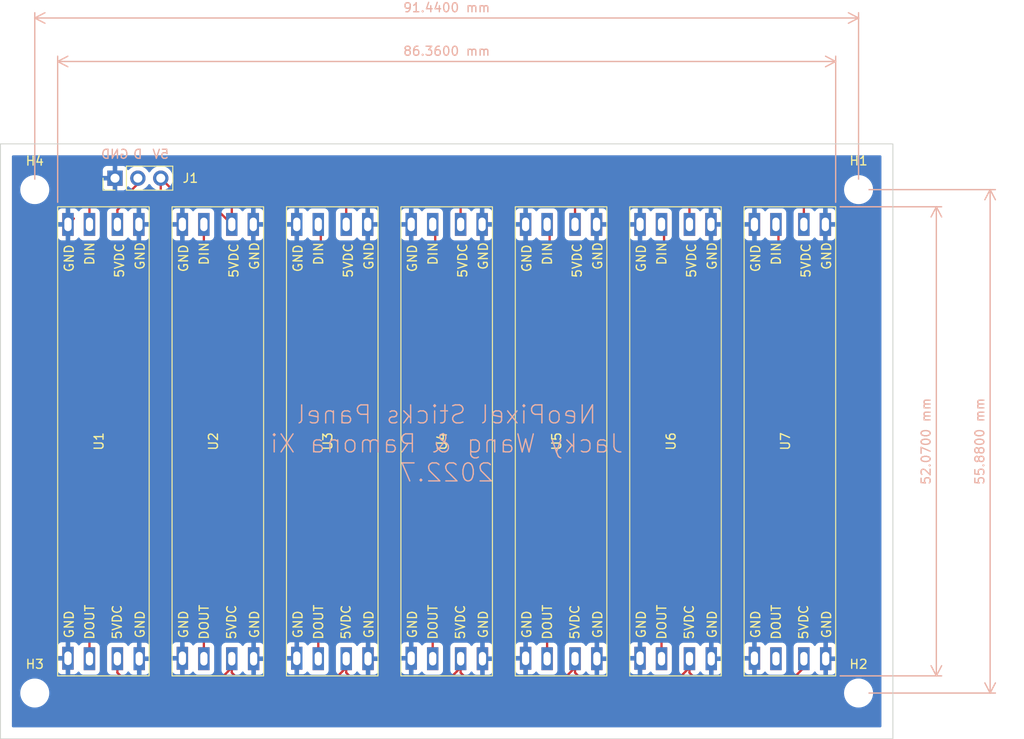
<source format=kicad_pcb>
(kicad_pcb (version 20211014) (generator pcbnew)
  (layers (0 "F.Cu" signal) (31 "B.Cu" signal) (34 "B.Paste" user) (35 "F.Paste" user) (36 "B.SilkS" user "B.Silkscreen") (37 "F.SilkS" user "F.Silkscreen") (38 "B.Mask" user) (39 "F.Mask" user) (44 "Edge.Cuts" user))
  (net 0 "")
  (net 1 "GND")
  (net 2 "Net-(J1-Pad2)")
  (net 3 "+5V")
  (net 4 "Net-(U1-PadDOUT)")
  (net 5 "Net-(U2-PadDOUT)")
  (net 6 "Net-(U3-PadDOUT)")
  (net 7 "Net-(U4-PadDOUT)")
  (net 8 "Net-(U5-PadDOUT)")
  (net 9 "Net-(U6-PadDOUT)")
  (footprint "NeoPixel_Stick:NeoPixel_bar" (layer "F.Cu") (at 53.34 93.98 90)
    (fp_text reference "U1" (at 0 -0.5 90 unlocked) (layer "F.SilkS"))
    (fp_text value "NeoPixel_bar")
    (fp_text user "GND" (at 20.574 4.064 90 unlocked) (layer "F.SilkS"))
    (fp_text user "GND" (at -20.32 4.064 90 unlocked) (layer "F.SilkS"))
    (fp_text user "DIN" (at 20.828 -1.524 90 unlocked) (layer "F.SilkS"))
    (fp_text user "GND" (at 20.32 -3.81 90 unlocked) (layer "F.SilkS"))
    (fp_text user "GND" (at -20.32 -3.81 90 unlocked) (layer "F.SilkS"))
    (fp_text user "DOUT" (at -20.066 -1.524 90 unlocked) (layer "F.SilkS"))
    (fp_text user "5VDC" (at 20.066 1.778 90 unlocked) (layer "F.SilkS"))
    (fp_text user "5VDC" (at -20.066 1.524 90 unlocked) (layer "F.SilkS"))
    (fp_rect (start -26.035 -5.08) (end 26.035 5.08) (layer "F.SilkS") (width 0.12) (fill none))
    (pad "5VDC" thru_hole rect (at -24.13 1.55) (size 1.27 2.54) (drill oval 0.8 1.5) (layers *.Cu *.Mask) (net 3 "+5V"))
    (pad "5VDC" thru_hole rect (at 24.08 1.55) (size 1.27 2.54) (drill oval 0.8 1.5) (layers *.Cu *.Mask) (net 3 "+5V"))
    (pad "DIN" thru_hole rect (at 24.08 -1.55) (size 1.27 2.54) (drill oval 0.8 1.5) (layers *.Cu *.Mask) (net 2 "Net-(J1-Pad2)"))
    (pad "DOUT" thru_hole rect (at -24.13 -1.55) (size 1.27 2.54) (drill oval 0.8 1.5) (layers *.Cu *.Mask) (net 4 "Net-(U1-PadDOUT)"))
    (pad "GND" thru_hole rect (at 24.08 -3.937) (size 1.27 2.54) (drill oval 0.8 1.5) (layers *.Cu *.Mask) (net 1 "GND"))
    (pad "GND" thru_hole rect (at -24.08 -3.937) (size 1.27 2.54) (drill oval 0.8 1.5) (layers *.Cu *.Mask) (net 1 "GND"))
    (pad "GND" thru_hole rect (at 24.08 3.937) (size 1.27 2.54) (drill oval 0.8 1.5) (layers *.Cu *.Mask) (net 1 "GND"))
    (pad "GND" thru_hole rect (at -24.13 3.973) (size 1.27 2.54) (drill oval 0.8 1.5) (layers *.Cu *.Mask) (net 1 "GND"))
  )
  (footprint "NeoPixel_Stick:NeoPixel_bar" (layer "F.Cu") (at 66.04 93.98 90)
    (fp_text reference "U2" (at 0 -0.5 90 unlocked) (layer "F.SilkS"))
    (fp_text value "NeoPixel_bar")
    (fp_text user "5VDC" (at 20.066 1.778 90 unlocked) (layer "F.SilkS"))
    (fp_text user "GND" (at -20.32 4.064 90 unlocked) (layer "F.SilkS"))
    (fp_text user "DOUT" (at -20.066 -1.524 90 unlocked) (layer "F.SilkS"))
    (fp_text user "GND" (at -20.32 -3.81 90 unlocked) (layer "F.SilkS"))
    (fp_text user "DIN" (at 20.828 -1.524 90 unlocked) (layer "F.SilkS"))
    (fp_text user "5VDC" (at -20.066 1.524 90 unlocked) (layer "F.SilkS"))
    (fp_text user "GND" (at 20.32 -3.81 90 unlocked) (layer "F.SilkS"))
    (fp_text user "GND" (at 20.574 4.064 90 unlocked) (layer "F.SilkS"))
    (fp_rect (start -26.035 -5.08) (end 26.035 5.08) (layer "F.SilkS") (width 0.12) (fill none))
    (pad "5VDC" thru_hole rect (at 24.08 1.55) (size 1.27 2.54) (drill oval 0.8 1.5) (layers *.Cu *.Mask) (net 3 "+5V"))
    (pad "5VDC" thru_hole rect (at -24.13 1.55) (size 1.27 2.54) (drill oval 0.8 1.5) (layers *.Cu *.Mask) (net 3 "+5V"))
    (pad "DIN" thru_hole rect (at 24.08 -1.55) (size 1.27 2.54) (drill oval 0.8 1.5) (layers *.Cu *.Mask) (net 4 "Net-(U1-PadDOUT)"))
    (pad "DOUT" thru_hole rect (at -24.13 -1.55) (size 1.27 2.54) (drill oval 0.8 1.5) (layers *.Cu *.Mask) (net 5 "Net-(U2-PadDOUT)"))
    (pad "GND" thru_hole rect (at 24.08 3.937) (size 1.27 2.54) (drill oval 0.8 1.5) (layers *.Cu *.Mask) (net 1 "GND"))
    (pad "GND" thru_hole rect (at -24.13 3.973) (size 1.27 2.54) (drill oval 0.8 1.5) (layers *.Cu *.Mask) (net 1 "GND"))
    (pad "GND" thru_hole rect (at -24.08 -3.937) (size 1.27 2.54) (drill oval 0.8 1.5) (layers *.Cu *.Mask) (net 1 "GND"))
    (pad "GND" thru_hole rect (at 24.08 -3.937) (size 1.27 2.54) (drill oval 0.8 1.5) (layers *.Cu *.Mask) (net 1 "GND"))
  )
  (footprint "MountingHole:MountingHole_2.2mm_M2" (layer "F.Cu") (at 137.16 121.92)
    (fp_text reference "H2" (at 0 -3.2) (layer "F.SilkS"))
    (fp_text value "M2")
    (pad "" np_thru_hole circle (at 0 0) (size 2.2 2.2) (drill 2.2) (layers *.Cu *.Mask))
  )
  (footprint "NeoPixel_Stick:NeoPixel_bar" (layer "F.Cu") (at 129.54 93.98 90)
    (fp_text reference "U7" (at 0 -0.5 90 unlocked) (layer "F.SilkS"))
    (fp_text value "NeoPixel_bar")
    (fp_text user "5VDC" (at -20.066 1.524 90 unlocked) (layer "F.SilkS"))
    (fp_text user "GND" (at 20.32 -3.81 90 unlocked) (layer "F.SilkS"))
    (fp_text user "5VDC" (at 20.066 1.778 90 unlocked) (layer "F.SilkS"))
    (fp_text user "GND" (at -20.32 -3.81 90 unlocked) (layer "F.SilkS"))
    (fp_text user "GND" (at 20.574 4.064 90 unlocked) (layer "F.SilkS"))
    (fp_text user "DIN" (at 20.828 -1.524 90 unlocked) (layer "F.SilkS"))
    (fp_text user "GND" (at -20.32 4.064 90 unlocked) (layer "F.SilkS"))
    (fp_text user "DOUT" (at -20.066 -1.524 90 unlocked) (layer "F.SilkS"))
    (fp_rect (start -26.035 -5.08) (end 26.035 5.08) (layer "F.SilkS") (width 0.12) (fill none))
    (pad "5VDC" thru_hole rect (at 24.08 1.55) (size 1.27 2.54) (drill oval 0.8 1.5) (layers *.Cu *.Mask) (net 3 "+5V"))
    (pad "5VDC" thru_hole rect (at -24.13 1.55) (size 1.27 2.54) (drill oval 0.8 1.5) (layers *.Cu *.Mask) (net 3 "+5V"))
    (pad "DIN" thru_hole rect (at 24.08 -1.55) (size 1.27 2.54) (drill oval 0.8 1.5) (layers *.Cu *.Mask) (net 9 "Net-(U6-PadDOUT)"))
    (pad "DOUT" thru_hole rect (at -24.13 -1.55) (size 1.27 2.54) (drill oval 0.8 1.5) (layers *.Cu *.Mask))
    (pad "GND" thru_hole rect (at -24.08 -3.937) (size 1.27 2.54) (drill oval 0.8 1.5) (layers *.Cu *.Mask) (net 1 "GND"))
    (pad "GND" thru_hole rect (at 24.08 -3.937) (size 1.27 2.54) (drill oval 0.8 1.5) (layers *.Cu *.Mask) (net 1 "GND"))
    (pad "GND" thru_hole rect (at -24.13 3.973) (size 1.27 2.54) (drill oval 0.8 1.5) (layers *.Cu *.Mask) (net 1 "GND"))
    (pad "GND" thru_hole rect (at 24.08 3.937) (size 1.27 2.54) (drill oval 0.8 1.5) (layers *.Cu *.Mask) (net 1 "GND"))
  )
  (footprint "Connector_PinHeader_2.54mm:PinHeader_1x03_P2.54mm_Vertical" (layer "F.Cu") (at 54.625 64.77 90)
    (fp_text reference "J1" (at 0 8.367 180) (layer "F.SilkS"))
    (fp_text value "1x3")
    (fp_line (start -1.33 0) (end -1.33 -1.33) (layer "F.SilkS") (width 0.12))
    (fp_line (start 1.33 1.27) (end 1.33 6.41) (layer "F.SilkS") (width 0.12))
    (fp_line (start -1.33 1.27) (end -1.33 6.41) (layer "F.SilkS") (width 0.12))
    (fp_line (start -1.33 -1.33) (end 0 -1.33) (layer "F.SilkS") (width 0.12))
    (fp_line (start -1.33 1.27) (end 1.33 1.27) (layer "F.SilkS") (width 0.12))
    (fp_line (start -1.33 6.41) (end 1.33 6.41) (layer "F.SilkS") (width 0.12))
    (pad "1" thru_hole rect (at 0 0 90) (size 1.7 1.7) (drill 1) (layers *.Cu *.Mask) (net 1 "GND"))
    (pad "2" thru_hole oval (at 0 2.54 90) (size 1.7 1.7) (drill 1) (layers *.Cu *.Mask) (net 2 "Net-(J1-Pad2)"))
    (pad "3" thru_hole oval (at 0 5.08 90) (size 1.7 1.7) (drill 1) (layers *.Cu *.Mask) (net 3 "+5V"))
  )
  (footprint "MountingHole:MountingHole_2.2mm_M2" (layer "F.Cu") (at 45.72 121.92)
    (fp_text reference "H3" (at 0 -3.2) (layer "F.SilkS"))
    (fp_text value "M2")
    (pad "" np_thru_hole circle (at 0 0) (size 2.2 2.2) (drill 2.2) (layers *.Cu *.Mask))
  )
  (footprint "MountingHole:MountingHole_2.2mm_M2" (layer "F.Cu") (at 137.16 66.04)
    (fp_text reference "H1" (at 0 -3.2) (layer "F.SilkS"))
    (fp_text value "M2")
    (pad "" np_thru_hole circle (at 0 0) (size 2.2 2.2) (drill 2.2) (layers *.Cu *.Mask))
  )
  (footprint "NeoPixel_Stick:NeoPixel_bar" (layer "F.Cu") (at 116.84 93.98 90)
    (fp_text reference "U6" (at 0 -0.5 90 unlocked) (layer "F.SilkS"))
    (fp_text value "NeoPixel_bar")
    (fp_text user "5VDC" (at -20.066 1.524 90 unlocked) (layer "F.SilkS"))
    (fp_text user "GND" (at -20.32 -3.81 90 unlocked) (layer "F.SilkS"))
    (fp_text user "GND" (at -20.32 4.064 90 unlocked) (layer "F.SilkS"))
    (fp_text user "GND" (at 20.574 4.064 90 unlocked) (layer "F.SilkS"))
    (fp_text user "DIN" (at 20.828 -1.524 90 unlocked) (layer "F.SilkS"))
    (fp_text user "DOUT" (at -20.066 -1.524 90 unlocked) (layer "F.SilkS"))
    (fp_text user "5VDC" (at 20.066 1.778 90 unlocked) (layer "F.SilkS"))
    (fp_text user "GND" (at 20.32 -3.81 90 unlocked) (layer "F.SilkS"))
    (fp_rect (start -26.035 -5.08) (end 26.035 5.08) (layer "F.SilkS") (width 0.12) (fill none))
    (pad "5VDC" thru_hole rect (at 24.08 1.55) (size 1.27 2.54) (drill oval 0.8 1.5) (layers *.Cu *.Mask) (net 3 "+5V"))
    (pad "5VDC" thru_hole rect (at -24.13 1.55) (size 1.27 2.54) (drill oval 0.8 1.5) (layers *.Cu *.Mask) (net 3 "+5V"))
    (pad "DIN" thru_hole rect (at 24.08 -1.55) (size 1.27 2.54) (drill oval 0.8 1.5) (layers *.Cu *.Mask) (net 8 "Net-(U5-PadDOUT)"))
    (pad "DOUT" thru_hole rect (at -24.13 -1.55) (size 1.27 2.54) (drill oval 0.8 1.5) (layers *.Cu *.Mask) (net 9 "Net-(U6-PadDOUT)"))
    (pad "GND" thru_hole rect (at 24.08 3.937) (size 1.27 2.54) (drill oval 0.8 1.5) (layers *.Cu *.Mask) (net 1 "GND"))
    (pad "GND" thru_hole rect (at 24.08 -3.937) (size 1.27 2.54) (drill oval 0.8 1.5) (layers *.Cu *.Mask) (net 1 "GND"))
    (pad "GND" thru_hole rect (at -24.08 -3.937) (size 1.27 2.54) (drill oval 0.8 1.5) (layers *.Cu *.Mask) (net 1 "GND"))
    (pad "GND" thru_hole rect (at -24.13 3.973) (size 1.27 2.54) (drill oval 0.8 1.5) (layers *.Cu *.Mask) (net 1 "GND"))
  )
  (footprint "NeoPixel_Stick:NeoPixel_bar" (layer "F.Cu") (at 78.74 93.98 90)
    (fp_text reference "U3" (at 0 -0.5 90 unlocked) (layer "F.SilkS"))
    (fp_text value "NeoPixel_bar")
    (fp_text user "DOUT" (at -20.066 -1.524 90 unlocked) (layer "F.SilkS"))
    (fp_text user "5VDC" (at 20.066 1.778 90 unlocked) (layer "F.SilkS"))
    (fp_text user "GND" (at 20.574 4.064 90 unlocked) (layer "F.SilkS"))
    (fp_text user "GND" (at -20.32 4.064 90 unlocked) (layer "F.SilkS"))
    (fp_text user "GND" (at -20.32 -3.81 90 unlocked) (layer "F.SilkS"))
    (fp_text user "GND" (at 20.32 -3.81 90 unlocked) (layer "F.SilkS"))
    (fp_text user "5VDC" (at -20.066 1.524 90 unlocked) (layer "F.SilkS"))
    (fp_text user "DIN" (at 20.828 -1.524 90 unlocked) (layer "F.SilkS"))
    (fp_rect (start -26.035 -5.08) (end 26.035 5.08) (layer "F.SilkS") (width 0.12) (fill none))
    (pad "5VDC" thru_hole rect (at 24.08 1.55) (size 1.27 2.54) (drill oval 0.8 1.5) (layers *.Cu *.Mask) (net 3 "+5V"))
    (pad "5VDC" thru_hole rect (at -24.13 1.55) (size 1.27 2.54) (drill oval 0.8 1.5) (layers *.Cu *.Mask) (net 3 "+5V"))
    (pad "DIN" thru_hole rect (at 24.08 -1.55) (size 1.27 2.54) (drill oval 0.8 1.5) (layers *.Cu *.Mask) (net 5 "Net-(U2-PadDOUT)"))
    (pad "DOUT" thru_hole rect (at -24.13 -1.55) (size 1.27 2.54) (drill oval 0.8 1.5) (layers *.Cu *.Mask) (net 6 "Net-(U3-PadDOUT)"))
    (pad "GND" thru_hole rect (at 24.08 3.937) (size 1.27 2.54) (drill oval 0.8 1.5) (layers *.Cu *.Mask) (net 1 "GND"))
    (pad "GND" thru_hole rect (at -24.08 -3.937) (size 1.27 2.54) (drill oval 0.8 1.5) (layers *.Cu *.Mask) (net 1 "GND"))
    (pad "GND" thru_hole rect (at 24.08 -3.937) (size 1.27 2.54) (drill oval 0.8 1.5) (layers *.Cu *.Mask) (net 1 "GND"))
    (pad "GND" thru_hole rect (at -24.13 3.973) (size 1.27 2.54) (drill oval 0.8 1.5) (layers *.Cu *.Mask) (net 1 "GND"))
  )
  (footprint "NeoPixel_Stick:NeoPixel_bar" (layer "F.Cu") (at 91.44 93.98 90)
    (fp_text reference "U4" (at 0 -0.5 90 unlocked) (layer "F.SilkS"))
    (fp_text value "NeoPixel_bar")
    (fp_text user "GND" (at 20.574 4.064 90 unlocked) (layer "F.SilkS"))
    (fp_text user "GND" (at 20.32 -3.81 90 unlocked) (layer "F.SilkS"))
    (fp_text user "GND" (at -20.32 4.064 90 unlocked) (layer "F.SilkS"))
    (fp_text user "DOUT" (at -20.066 -1.524 90 unlocked) (layer "F.SilkS"))
    (fp_text user "5VDC" (at -20.066 1.524 90 unlocked) (layer "F.SilkS"))
    (fp_text user "GND" (at -20.32 -3.81 90 unlocked) (layer "F.SilkS"))
    (fp_text user "DIN" (at 20.828 -1.524 90 unlocked) (layer "F.SilkS"))
    (fp_text user "5VDC" (at 20.066 1.778 90 unlocked) (layer "F.SilkS"))
    (fp_rect (start -26.035 -5.08) (end 26.035 5.08) (layer "F.SilkS") (width 0.12) (fill none))
    (pad "5VDC" thru_hole rect (at 24.08 1.55) (size 1.27 2.54) (drill oval 0.8 1.5) (layers *.Cu *.Mask) (net 3 "+5V"))
    (pad "5VDC" thru_hole rect (at -24.13 1.55) (size 1.27 2.54) (drill oval 0.8 1.5) (layers *.Cu *.Mask) (net 3 "+5V"))
    (pad "DIN" thru_hole rect (at 24.08 -1.55) (size 1.27 2.54) (drill oval 0.8 1.5) (layers *.Cu *.Mask) (net 6 "Net-(U3-PadDOUT)"))
    (pad "DOUT" thru_hole rect (at -24.13 -1.55) (size 1.27 2.54) (drill oval 0.8 1.5) (layers *.Cu *.Mask) (net 7 "Net-(U4-PadDOUT)"))
    (pad "GND" thru_hole rect (at -24.13 3.973) (size 1.27 2.54) (drill oval 0.8 1.5) (layers *.Cu *.Mask) (net 1 "GND"))
    (pad "GND" thru_hole rect (at 24.08 3.937) (size 1.27 2.54) (drill oval 0.8 1.5) (layers *.Cu *.Mask) (net 1 "GND"))
    (pad "GND" thru_hole rect (at 24.08 -3.937) (size 1.27 2.54) (drill oval 0.8 1.5) (layers *.Cu *.Mask) (net 1 "GND"))
    (pad "GND" thru_hole rect (at -24.08 -3.937) (size 1.27 2.54) (drill oval 0.8 1.5) (layers *.Cu *.Mask) (net 1 "GND"))
  )
  (footprint "NeoPixel_Stick:NeoPixel_bar" (layer "F.Cu") (at 104.14 93.98 90)
    (fp_text reference "U5" (at 0 -0.5 90 unlocked) (layer "F.SilkS"))
    (fp_text value "NeoPixel_bar")
    (fp_text user "5VDC" (at 20.066 1.778 90 unlocked) (layer "F.SilkS"))
    (fp_text user "GND" (at 20.32 -3.81 90 unlocked) (layer "F.SilkS"))
    (fp_text user "DIN" (at 20.828 -1.524 90 unlocked) (layer "F.SilkS"))
    (fp_text user "GND" (at -20.32 -3.81 90 unlocked) (layer "F.SilkS"))
    (fp_text user "DOUT" (at -20.066 -1.524 90 unlocked) (layer "F.SilkS"))
    (fp_text user "GND" (at -20.32 4.064 90 unlocked) (layer "F.SilkS"))
    (fp_text user "5VDC" (at -20.066 1.524 90 unlocked) (layer "F.SilkS"))
    (fp_text user "GND" (at 20.574 4.064 90 unlocked) (layer "F.SilkS"))
    (fp_rect (start -26.035 -5.08) (end 26.035 5.08) (layer "F.SilkS") (width 0.12) (fill none))
    (pad "5VDC" thru_hole rect (at 24.08 1.55) (size 1.27 2.54) (drill oval 0.8 1.5) (layers *.Cu *.Mask) (net 3 "+5V"))
    (pad "5VDC" thru_hole rect (at -24.13 1.55) (size 1.27 2.54) (drill oval 0.8 1.5) (layers *.Cu *.Mask) (net 3 "+5V"))
    (pad "DIN" thru_hole rect (at 24.08 -1.55) (size 1.27 2.54) (drill oval 0.8 1.5) (layers *.Cu *.Mask) (net 7 "Net-(U4-PadDOUT)"))
    (pad "DOUT" thru_hole rect (at -24.13 -1.55) (size 1.27 2.54) (drill oval 0.8 1.5) (layers *.Cu *.Mask) (net 8 "Net-(U5-PadDOUT)"))
    (pad "GND" thru_hole rect (at 24.08 -3.937) (size 1.27 2.54) (drill oval 0.8 1.5) (layers *.Cu *.Mask) (net 1 "GND"))
    (pad "GND" thru_hole rect (at -24.13 3.973) (size 1.27 2.54) (drill oval 0.8 1.5) (layers *.Cu *.Mask) (net 1 "GND"))
    (pad "GND" thru_hole rect (at 24.08 3.937) (size 1.27 2.54) (drill oval 0.8 1.5) (layers *.Cu *.Mask) (net 1 "GND"))
    (pad "GND" thru_hole rect (at -24.08 -3.937) (size 1.27 2.54) (drill oval 0.8 1.5) (layers *.Cu *.Mask) (net 1 "GND"))
  )
  (footprint "MountingHole:MountingHole_2.2mm_M2" (layer "F.Cu") (at 45.72 66.04)
    (fp_text reference "H4" (at 0 -3.175) (layer "F.SilkS"))
    (fp_text value "M2")
    (pad "" np_thru_hole circle (at 0 0) (size 2.2 2.2) (drill 2.2) (layers *.Cu *.Mask))
  )
  (gr_rect (start 140.97 127) (end 41.91 60.96) (layer "Edge.Cuts") (width 0.1) (fill none))
  (gr_text "5V" (at 59.69 62.103) (layer "B.SilkS") (effects (font (size 1 1)) (justify mirror)))
  (gr_text "GND" (at 54.61 62.103) (layer "B.SilkS") (effects (font (size 1 1)) (justify mirror)))
  (gr_text "NeoPixel Sticks Panel\nJacky Wang & Ramona Xi\n2022.7" (at 91.44 94.234) (layer "B.SilkS") (effects (font (size 2 2)) (justify mirror)))
  (gr_text "D" (at 57.15 62.103) (layer "B.SilkS") (effects (font (size 1 1)) (justify mirror)))
  (dimension (type aligned) (layer "B.SilkS") (pts (xy 45.72 66.04) (xy 137.16 66.04)) (height -19.05) (gr_text "91.4400 mm" (at 91.44 45.84) (layer "B.SilkS") (effects (font (size 1 1) (thickness 0.15)))) (format (units 3) (units_format 1) (precision 4)) (style (thickness 0.15) (arrow_length 1.27) (text_position_mode 0) (extension_height 0.58642) (extension_offset 0.5) keep_text_aligned))
  (dimension (type aligned) (layer "B.SilkS") (pts (xy 137.16 66.04) (xy 137.16 121.92)) (height -14.605) (gr_text "55.8800 mm" (at 150.615 93.98 90) (layer "B.SilkS") (effects (font (size 1 1) (thickness 0.15)))) (format (units 3) (units_format 1) (precision 4)) (style (thickness 0.15) (arrow_length 1.27) (text_position_mode 0) (extension_height 0.58642) (extension_offset 0.5) keep_text_aligned))
  (dimension (type aligned) (layer "B.SilkS") (pts (xy 134.62 67.945) (xy 134.62 120.015)) (height -11.176) (gr_text "52.0700 mm" (at 144.646 93.98 90) (layer "B.SilkS") (effects (font (size 1 1) (thickness 0.15)))) (format (units 3) (units_format 1) (precision 4)) (style (thickness 0.15) (arrow_length 1.27) (text_position_mode 0) (extension_height 0.58642) (extension_offset 0.5) keep_text_aligned))
  (dimension (type aligned) (layer "B.SilkS") (pts (xy 48.26 67.945) (xy 134.62 67.945)) (height -16.129) (gr_text "86.3600 mm" (at 91.44 50.666) (layer "B.SilkS") (effects (font (size 1 1) (thickness 0.15)))) (format (units 3) (units_format 1) (precision 4)) (style (thickness 0.15) (arrow_length 1.27) (text_position_mode 0) (extension_height 0.58642) (extension_offset 0.5) keep_text_aligned))
  (segment (start 49.403 67.437) (end 49.403 69.9) (width 0.25) (layer "F.Cu") (net 1))
  (segment (start 52.07 64.77) (end 49.403 67.437) (width 0.25) (layer "F.Cu") (net 1))
  (segment (start 54.625 64.77) (end 52.07 64.77) (width 0.25) (layer "F.Cu") (net 1))
  (segment (start 50.053 69.25) (end 49.403 69.9) (width 0.254) (layer "F.Cu") (net 1))
  (segment (start 57.165 65.39) (end 57.165 64.77) (width 0.25) (layer "F.Cu") (net 2))
  (segment (start 51.79 67.59) (end 52.705 66.675) (width 0.25) (layer "F.Cu") (net 2))
  (segment (start 51.79 69.9) (end 51.79 67.59) (width 0.25) (layer "F.Cu") (net 2))
  (segment (start 52.705 66.675) (end 55.88 66.675) (width 0.25) (layer "F.Cu") (net 2))
  (segment (start 55.88 66.675) (end 57.165 65.39) (width 0.25) (layer "F.Cu") (net 2))
  (segment (start 64.77 121.92) (end 67.59 119.1) (width 0.254) (layer "F.Cu") (net 3))
  (segment (start 119.94 66.04) (end 129.54 66.04) (width 0.254) (layer "F.Cu") (net 3))
  (segment (start 80.29 119.66) (end 82.55 121.92) (width 0.254) (layer "F.Cu") (net 3))
  (segment (start 131.09 119.1) (end 131.09 118.11) (width 0.254) (layer "F.Cu") (net 3))
  (segment (start 118.39 119.66) (end 120.65 121.92) (width 0.254) (layer "F.Cu") (net 3))
  (segment (start 107.95 121.92) (end 115.57 121.92) (width 0.254) (layer "F.Cu") (net 3))
  (segment (start 69.14 66.04) (end 78.74 66.04) (width 0.254) (layer "F.Cu") (net 3))
  (segment (start 128.27 121.92) (end 131.09 119.1) (width 0.254) (layer "F.Cu") (net 3))
  (segment (start 65 67.31) (end 67.59 69.9) (width 0.254) (layer "F.Cu") (net 3))
  (segment (start 82.55 121.92) (end 90.17 121.92) (width 0.254) (layer "F.Cu") (net 3))
  (segment (start 67.59 119.66) (end 69.85 121.92) (width 0.254) (layer "F.Cu") (net 3))
  (segment (start 95.25 121.92) (end 102.87 121.92) (width 0.254) (layer "F.Cu") (net 3))
  (segment (start 105.69 67.59) (end 107.24 66.04) (width 0.254) (layer "F.Cu") (net 3))
  (segment (start 120.65 121.92) (end 128.27 121.92) (width 0.254) (layer "F.Cu") (net 3))
  (segment (start 94.54 66.04) (end 104.14 66.04) (width 0.254) (layer "F.Cu") (net 3))
  (segment (start 67.59 67.59) (end 69.14 66.04) (width 0.254) (layer "F.Cu") (net 3))
  (segment (start 55.88 67.31) (end 59.055 67.31) (width 0.254) (layer "F.Cu") (net 3))
  (segment (start 105.69 119.66) (end 107.95 121.92) (width 0.254) (layer "F.Cu") (net 3))
  (segment (start 118.39 67.59) (end 118.39 69.9) (width 0.254) (layer "F.Cu") (net 3))
  (segment (start 67.59 118.11) (end 67.59 119.66) (width 0.254) (layer "F.Cu") (net 3))
  (segment (start 59.705 64.77) (end 62.245 67.31) (width 0.254) (layer "F.Cu") (net 3))
  (segment (start 131.09 67.59) (end 131.09 69.9) (width 0.254) (layer "F.Cu") (net 3))
  (segment (start 118.39 118.11) (end 118.39 119.66) (width 0.254) (layer "F.Cu") (net 3))
  (segment (start 54.89 118.11) (end 54.89 119.66) (width 0.254) (layer "F.Cu") (net 3))
  (segment (start 67.59 119.1) (end 67.59 118.11) (width 0.254) (layer "F.Cu") (net 3))
  (segment (start 118.39 119.1) (end 118.39 118.11) (width 0.254) (layer "F.Cu") (net 3))
  (segment (start 54.89 119.66) (end 57.15 121.92) (width 0.254) (layer "F.Cu") (net 3))
  (segment (start 54.89 69.9) (end 54.89 68.3) (width 0.254) (layer "F.Cu") (net 3))
  (segment (start 59.705 66.66) (end 59.705 64.77) (width 0.254) (layer "F.Cu") (net 3))
  (segment (start 115.57 121.92) (end 118.39 119.1) (width 0.254) (layer "F.Cu") (net 3))
  (segment (start 59.055 67.31) (end 59.705 66.66) (width 0.254) (layer "F.Cu") (net 3))
  (segment (start 105.69 118.11) (end 105.69 119.66) (width 0.254) (layer "F.Cu") (net 3))
  (segment (start 105.69 67.59) (end 105.69 69.9) (width 0.254) (layer "F.Cu") (net 3))
  (segment (start 104.14 66.04) (end 105.69 67.59) (width 0.254) (layer "F.Cu") (net 3))
  (segment (start 92.99 119.1) (end 92.99 118.11) (width 0.254) (layer "F.Cu") (net 3))
  (segment (start 116.84 66.04) (end 118.39 67.59) (width 0.254) (layer "F.Cu") (net 3))
  (segment (start 107.24 66.04) (end 116.84 66.04) (width 0.254) (layer "F.Cu") (net 3))
  (segment (start 62.245 67.31) (end 65 67.31) (width 0.254) (layer "F.Cu") (net 3))
  (segment (start 90.17 121.92) (end 92.99 119.1) (width 0.254) (layer "F.Cu") (net 3))
  (segment (start 129.54 66.04) (end 131.09 67.59) (width 0.254) (layer "F.Cu") (net 3))
  (segment (start 92.99 118.11) (end 92.99 119.66) (width 0.254) (layer "F.Cu") (net 3))
  (segment (start 77.47 121.92) (end 80.29 119.1) (width 0.254) (layer "F.Cu") (net 3))
  (segment (start 102.87 121.92) (end 105.69 119.1) (width 0.254) (layer "F.Cu") (net 3))
  (segment (start 92.99 67.59) (end 94.54 66.04) (width 0.254) (layer "F.Cu") (net 3))
  (segment (start 55.133 69.657) (end 54.89 69.9) (width 0.254) (layer "F.Cu") (net 3))
  (segment (start 54.89 68.3) (end 55.88 67.31) (width 0.254) (layer "F.Cu") (net 3))
  (segment (start 81.84 66.04) (end 91.44 66.04) (width 0.254) (layer "F.Cu") (net 3))
  (segment (start 67.59 69.9) (end 67.59 67.59) (width 0.254) (layer "F.Cu") (net 3))
  (segment (start 69.85 121.92) (end 77.47 121.92) (width 0.254) (layer "F.Cu") (net 3))
  (segment (start 80.29 67.59) (end 81.84 66.04) (width 0.254) (layer "F.Cu") (net 3))
  (segment (start 91.44 66.04) (end 92.99 67.59) (width 0.254) (layer "F.Cu") (net 3))
  (segment (start 78.74 66.04) (end 80.29 67.59) (width 0.254) (layer "F.Cu") (net 3))
  (segment (start 92.99 67.59) (end 92.99 69.9) (width 0.254) (layer "F.Cu") (net 3))
  (segment (start 92.99 119.66) (end 95.25 121.92) (width 0.254) (layer "F.Cu") (net 3))
  (segment (start 80.29 119.1) (end 80.29 118.11) (width 0.254) (layer "F.Cu") (net 3))
  (segment (start 80.29 118.11) (end 80.29 119.66) (width 0.254) (layer "F.Cu") (net 3))
  (segment (start 118.39 67.59) (end 119.94 66.04) (width 0.254) (layer "F.Cu") (net 3))
  (segment (start 80.29 67.59) (end 80.29 69.9) (width 0.254) (layer "F.Cu") (net 3))
  (segment (start 105.69 119.1) (end 105.69 118.11) (width 0.254) (layer "F.Cu") (net 3))
  (segment (start 57.15 121.92) (end 64.77 121.92) (width 0.254) (layer "F.Cu") (net 3))
  (segment (start 64.49 76.48) (end 64.49 69.9) (width 0.254) (layer "F.Cu") (net 4))
  (segment (start 51.79 118.11) (end 51.79 89.18) (width 0.254) (layer "F.Cu") (net 4))
  (segment (start 51.79 89.18) (end 64.49 76.48) (width 0.254) (layer "F.Cu") (net 4))
  (segment (start 64.49 118.11) (end 64.49 89.18) (width 0.254) (layer "F.Cu") (net 5))
  (segment (start 77.47 70.18) (end 77.19 69.9) (width 0.254) (layer "F.Cu") (net 5))
  (segment (start 77.47 76.2) (end 77.47 70.18) (width 0.254) (layer "F.Cu") (net 5))
  (segment (start 64.49 89.18) (end 77.47 76.2) (width 0.254) (layer "F.Cu") (net 5))
  (segment (start 77.19 118.11) (end 77.19 89.18) (width 0.254) (layer "F.Cu") (net 6))
  (segment (start 90.17 70.18) (end 89.89 69.9) (width 0.254) (layer "F.Cu") (net 6))
  (segment (start 77.19 89.18) (end 90.17 76.2) (width 0.254) (layer "F.Cu") (net 6))
  (segment (start 90.17 76.2) (end 90.17 70.18) (width 0.254) (layer "F.Cu") (net 6))
  (segment (start 102.87 76.2) (end 102.87 70.18) (width 0.254) (layer "F.Cu") (net 7))
  (segment (start 89.89 89.18) (end 102.87 76.2) (width 0.254) (layer "F.Cu") (net 7))
  (segment (start 102.87 70.18) (end 102.59 69.9) (width 0.254) (layer "F.Cu") (net 7))
  (segment (start 89.89 118.11) (end 89.89 89.18) (width 0.254) (layer "F.Cu") (net 7))
  (segment (start 102.59 89.18) (end 115.57 76.2) (width 0.254) (layer "F.Cu") (net 8))
  (segment (start 115.57 76.2) (end 115.57 70.18) (width 0.254) (layer "F.Cu") (net 8))
  (segment (start 102.59 118.11) (end 102.59 89.18) (width 0.254) (layer "F.Cu") (net 8))
  (segment (start 115.57 70.18) (end 115.29 69.9) (width 0.254) (layer "F.Cu") (net 8))
  (segment (start 128.27 76.2) (end 128.27 70.18) (width 0.254) (layer "F.Cu") (net 9))
  (segment (start 128.27 70.18) (end 127.99 69.9) (width 0.254) (layer "F.Cu") (net 9))
  (segment (start 115.29 89.18) (end 128.27 76.2) (width 0.254) (layer "F.Cu") (net 9))
  (segment (start 115.29 118.11) (end 115.29 89.18) (width 0.254) (layer "F.Cu") (net 9))
  (zone (net 1) (net_name "GND") (layer "B.Cu") (connect_pads (clearance 0.508)) (min_thickness 0.254) (fill yes (thermal_gap 0.508) (thermal_bridge_width 0.508))
    (polygon (pts (xy 139.7 125.73) (xy 43.18 125.73) (xy 43.18 62.23) (xy 139.7 62.23)))
  )
)
</source>
